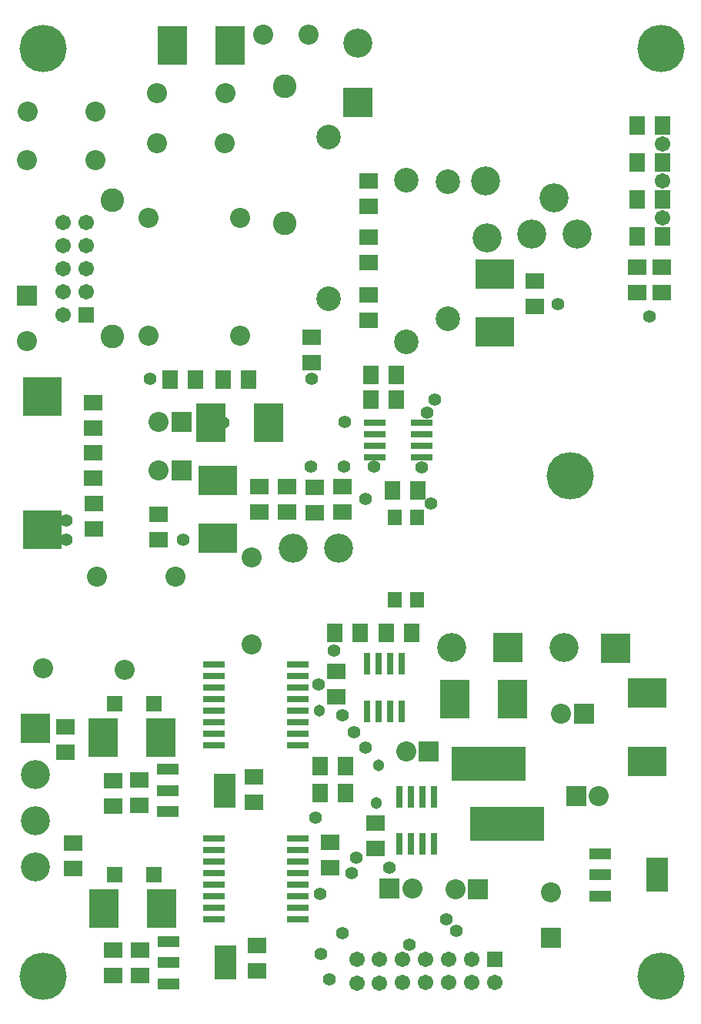
<source format=gts>
%FSLAX43Y43*%
%MOMM*%
G71*
G01*
G75*
%ADD10C,0.300*%
%ADD11R,1.800X1.600*%
%ADD12R,3.000X4.000*%
%ADD13R,2.150X3.500*%
%ADD14R,2.150X1.100*%
%ADD15R,2.150X0.600*%
%ADD16R,2.200X0.600*%
%ADD17R,4.000X3.000*%
%ADD18R,1.600X1.800*%
%ADD19R,0.600X2.200*%
%ADD20R,0.600X2.200*%
%ADD21R,2.200X0.600*%
%ADD22R,8.000X3.500*%
%ADD23R,1.300X1.500*%
%ADD24R,4.000X4.000*%
%ADD25R,2.150X0.600*%
%ADD26C,0.500*%
%ADD27C,1.000*%
%ADD28C,2.000*%
%ADD29C,1.500*%
%ADD30C,0.400*%
%ADD31C,2.000*%
%ADD32C,2.000*%
%ADD33C,1.500*%
%ADD34R,2.000X2.000*%
%ADD35R,1.500X1.500*%
%ADD36C,2.500*%
%ADD37C,3.000*%
%ADD38R,3.000X3.000*%
%ADD39C,5.000*%
%ADD40C,2.400*%
%ADD41C,1.200*%
%ADD42C,1.100*%
%ADD43R,3.500X2.600*%
%ADD44C,0.600*%
%ADD45R,2.003X1.803*%
%ADD46R,3.203X4.203*%
%ADD47R,2.353X3.703*%
%ADD48R,2.353X1.303*%
%ADD49R,2.353X0.803*%
%ADD50R,2.403X0.803*%
%ADD51R,4.203X3.203*%
%ADD52R,1.803X2.003*%
%ADD53R,0.803X2.403*%
%ADD54R,0.803X2.403*%
%ADD55R,2.403X0.803*%
%ADD56R,8.203X3.703*%
%ADD57R,1.503X1.703*%
%ADD58R,4.203X4.203*%
%ADD59R,2.353X0.803*%
%ADD60C,2.203*%
%ADD61C,2.203*%
%ADD62C,1.703*%
%ADD63R,2.203X2.203*%
%ADD64R,1.703X1.703*%
%ADD65C,2.703*%
%ADD66C,3.203*%
%ADD67R,3.203X3.203*%
%ADD68C,5.203*%
%ADD69C,2.603*%
%ADD70C,1.403*%
%ADD71C,1.303*%
D45*
X7457Y28438D02*
D03*
Y31238D02*
D03*
X8307Y15688D02*
D03*
Y18488D02*
D03*
X28193Y25712D02*
D03*
X28193Y22912D02*
D03*
X15593Y25412D02*
D03*
X15593Y22612D02*
D03*
X12693Y25362D02*
D03*
X12693Y22562D02*
D03*
X28543Y7212D02*
D03*
X28543Y4412D02*
D03*
X12743Y6662D02*
D03*
X12743Y3862D02*
D03*
X15693Y6662D02*
D03*
X15693Y3862D02*
D03*
X34557Y71288D02*
D03*
Y74088D02*
D03*
X40855Y75912D02*
D03*
X10507Y66888D02*
D03*
Y64088D02*
D03*
Y58588D02*
D03*
Y61388D02*
D03*
X17743Y51858D02*
D03*
X17743Y54658D02*
D03*
X28807Y57657D02*
D03*
X28807Y54857D02*
D03*
X59093Y77458D02*
D03*
X59093Y80258D02*
D03*
X37957Y57642D02*
D03*
X37957Y54842D02*
D03*
X31857Y57642D02*
D03*
X31857Y54842D02*
D03*
X34892Y54808D02*
D03*
X34892Y57608D02*
D03*
X41551Y17847D02*
D03*
Y20647D02*
D03*
X40855Y88515D02*
D03*
X40855Y91315D02*
D03*
X40855Y82312D02*
D03*
X40855Y85112D02*
D03*
Y78712D02*
D03*
X10557Y55838D02*
D03*
Y53038D02*
D03*
X73057Y81792D02*
D03*
X73057Y78992D02*
D03*
X70395Y81807D02*
D03*
X70395Y79007D02*
D03*
X36593Y18562D02*
D03*
X37243Y37312D02*
D03*
X36593Y15762D02*
D03*
X37243Y34512D02*
D03*
D46*
X17991Y30056D02*
D03*
X11641D02*
D03*
X18041Y11256D02*
D03*
X11691D02*
D03*
X29841Y64656D02*
D03*
X23491D02*
D03*
X56641Y34256D02*
D03*
X50291D02*
D03*
X25609Y106194D02*
D03*
X19259D02*
D03*
D47*
X24950Y24250D02*
D03*
X25050Y5300D02*
D03*
X72550Y14950D02*
D03*
D48*
X18750Y21950D02*
D03*
Y24250D02*
D03*
Y26550D02*
D03*
X18850Y3000D02*
D03*
Y5300D02*
D03*
Y7600D02*
D03*
X66350Y17250D02*
D03*
Y12650D02*
D03*
Y14950D02*
D03*
D49*
X23825Y10055D02*
D03*
Y29255D02*
D03*
Y38145D02*
D03*
Y36875D02*
D03*
Y35605D02*
D03*
Y34335D02*
D03*
Y33065D02*
D03*
Y31795D02*
D03*
Y30525D02*
D03*
X33075Y16405D02*
D03*
X23825Y11325D02*
D03*
Y12595D02*
D03*
Y13865D02*
D03*
Y15135D02*
D03*
Y16405D02*
D03*
Y17675D02*
D03*
Y18945D02*
D03*
X33075Y13865D02*
D03*
Y18945D02*
D03*
Y30525D02*
D03*
Y31795D02*
D03*
Y33065D02*
D03*
Y17675D02*
D03*
Y29255D02*
D03*
Y15135D02*
D03*
Y34335D02*
D03*
Y35605D02*
D03*
D50*
X46704Y60911D02*
D03*
X41504Y63451D02*
D03*
Y62181D02*
D03*
Y60911D02*
D03*
X46704Y64721D02*
D03*
Y63451D02*
D03*
Y62181D02*
D03*
D51*
X71500Y27450D02*
D03*
Y34950D02*
D03*
X24194Y58341D02*
D03*
Y51991D02*
D03*
X54694Y80991D02*
D03*
Y74641D02*
D03*
D52*
X21792Y69393D02*
D03*
X18992Y69393D02*
D03*
X24808Y69407D02*
D03*
X27608Y69407D02*
D03*
X41058Y69907D02*
D03*
X43858Y69907D02*
D03*
X43892Y67193D02*
D03*
X41092Y67193D02*
D03*
X43462Y57272D02*
D03*
X46262Y57272D02*
D03*
X39892Y41593D02*
D03*
X37092Y41593D02*
D03*
X45542Y41593D02*
D03*
X42742Y41593D02*
D03*
X38292Y26943D02*
D03*
X35492Y26943D02*
D03*
X38308Y24007D02*
D03*
X35508Y24007D02*
D03*
X73150Y97376D02*
D03*
X70350Y97376D02*
D03*
X73150Y93312D02*
D03*
X70350Y93312D02*
D03*
X73150Y89249D02*
D03*
X70350Y89249D02*
D03*
X73150Y85185D02*
D03*
X70350Y85185D02*
D03*
D53*
X45465Y18350D02*
D03*
X46735D02*
D03*
X48005D02*
D03*
X44195Y23550D02*
D03*
X45465D02*
D03*
X46735D02*
D03*
X48005D02*
D03*
X43235Y38150D02*
D03*
X41965D02*
D03*
X40695Y38150D02*
D03*
X44505Y32950D02*
D03*
X43235Y32950D02*
D03*
X41965D02*
D03*
X40695Y32950D02*
D03*
D54*
X44195Y18350D02*
D03*
X44505Y38150D02*
D03*
D55*
X41504Y64721D02*
D03*
D56*
X56075Y20578D02*
D03*
X54043Y27182D02*
D03*
D57*
X46200Y45250D02*
D03*
Y54250D02*
D03*
X43700D02*
D03*
Y45250D02*
D03*
D58*
X4950Y52950D02*
D03*
Y67550D02*
D03*
D59*
X33075Y12595D02*
D03*
Y11325D02*
D03*
X33075Y38145D02*
D03*
X33075Y10055D02*
D03*
X33075Y36875D02*
D03*
D60*
X19557Y47796D02*
D03*
X10907D02*
D03*
X25048Y100892D02*
D03*
X17502Y95458D02*
D03*
X10798Y98892D02*
D03*
D61*
X13950Y37500D02*
D03*
X5050Y37700D02*
D03*
X61989Y32658D02*
D03*
X60857Y13049D02*
D03*
X27958Y49848D02*
D03*
Y40348D02*
D03*
X17715Y64740D02*
D03*
X17735Y59471D02*
D03*
X44939Y28558D02*
D03*
X45611Y13442D02*
D03*
X17548Y100892D02*
D03*
X25002Y95458D02*
D03*
X26650Y74250D02*
D03*
X16650D02*
D03*
X26650Y87250D02*
D03*
X16650D02*
D03*
X3208Y73644D02*
D03*
X10752Y93558D02*
D03*
X3252D02*
D03*
X3298Y98892D02*
D03*
X66161Y23642D02*
D03*
X50385Y13408D02*
D03*
X34254Y107402D02*
D03*
X29254D02*
D03*
D62*
X39540Y3040D02*
D03*
X42040D02*
D03*
Y5650D02*
D03*
X44537D02*
D03*
X47077D02*
D03*
X49617Y3110D02*
D03*
X47077D02*
D03*
X54697D02*
D03*
X52157Y5650D02*
D03*
X49617D02*
D03*
X7210Y76550D02*
D03*
X9750Y79090D02*
D03*
X7210D02*
D03*
X9750Y81630D02*
D03*
X7210D02*
D03*
X9750Y84170D02*
D03*
X7210D02*
D03*
X9750Y86710D02*
D03*
X7210Y86710D02*
D03*
X39540Y5650D02*
D03*
X52157Y3110D02*
D03*
X44537D02*
D03*
X73150Y95350D02*
D03*
Y91300D02*
D03*
Y87200D02*
D03*
D63*
X64489Y32658D02*
D03*
X60857Y8049D02*
D03*
X20215Y64739D02*
D03*
X20235Y59471D02*
D03*
X47439Y28558D02*
D03*
X43111Y13442D02*
D03*
X3208Y78644D02*
D03*
X63661Y23642D02*
D03*
X52885Y13408D02*
D03*
D64*
X17200Y33750D02*
D03*
X12900D02*
D03*
X17200Y14950D02*
D03*
X12900D02*
D03*
X54697Y5650D02*
D03*
X9750Y76550D02*
D03*
D65*
X36458Y96093D02*
D03*
Y78313D02*
D03*
X44992Y73607D02*
D03*
Y91387D02*
D03*
X49550Y76150D02*
D03*
Y91150D02*
D03*
D66*
X39600Y106450D02*
D03*
X50000Y40000D02*
D03*
X32550Y50850D02*
D03*
X37500D02*
D03*
X53700Y91250D02*
D03*
X53900Y85050D02*
D03*
X62300Y40000D02*
D03*
X4200Y20940D02*
D03*
Y26020D02*
D03*
Y15860D02*
D03*
X58750Y85400D02*
D03*
X61250Y89400D02*
D03*
X63750Y85400D02*
D03*
D67*
X39600Y99950D02*
D03*
X56150Y40000D02*
D03*
X68000Y39900D02*
D03*
X4200Y31100D02*
D03*
D68*
X63000Y58850D02*
D03*
X5000Y3850D02*
D03*
X5000Y105850D02*
D03*
X73000Y105850D02*
D03*
X73000Y3850D02*
D03*
D69*
X31600Y86650D02*
D03*
X12600Y89200D02*
D03*
X31600Y101650D02*
D03*
X12600Y74200D02*
D03*
D70*
X71750Y76350D02*
D03*
X24800Y64650D02*
D03*
X34500Y59850D02*
D03*
X34550Y69500D02*
D03*
X47250Y65750D02*
D03*
X48100Y67200D02*
D03*
X41450Y59850D02*
D03*
X47650Y55800D02*
D03*
X38200Y64750D02*
D03*
X38100Y59900D02*
D03*
X16800Y69500D02*
D03*
X20400Y51808D02*
D03*
X7550Y53950D02*
D03*
Y51850D02*
D03*
X40500Y56300D02*
D03*
X46650Y59800D02*
D03*
X61650Y77750D02*
D03*
X38950Y15200D02*
D03*
X35500Y12900D02*
D03*
X35550Y6300D02*
D03*
X39450Y16850D02*
D03*
X36500Y3450D02*
D03*
X35300Y35900D02*
D03*
X37950Y32500D02*
D03*
Y8550D02*
D03*
X50500Y8800D02*
D03*
X39200Y30650D02*
D03*
X49382Y10082D02*
D03*
X40450Y28950D02*
D03*
X37000Y39600D02*
D03*
X45300Y7250D02*
D03*
X43100Y15750D02*
D03*
X35000Y21250D02*
D03*
D71*
X35397Y33000D02*
D03*
X41897Y27000D02*
D03*
X41697Y22900D02*
D03*
M02*

</source>
